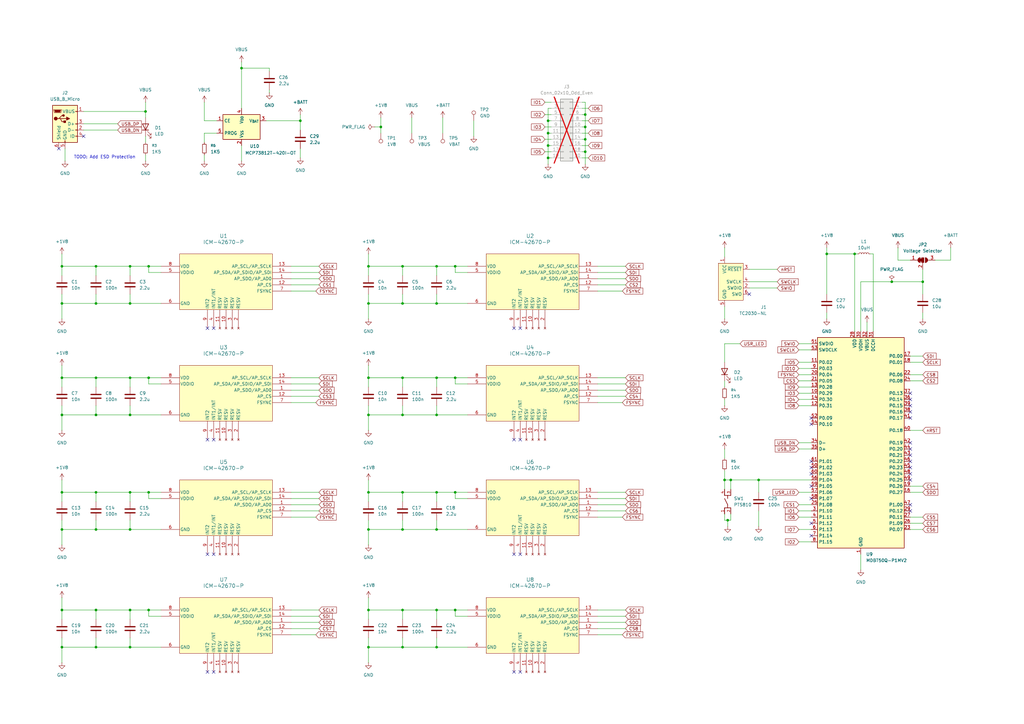
<source format=kicad_sch>
(kicad_sch (version 20250114) (generator "eeschema") (generator_version "9.0")
  (paper "A3")
  (title_block (title "IMU Array MK I") (date "2025-08-11") (rev "MK I") (comment 1 "Author: Arif Balik") (comment 2 "8 IMU sensors rotated 90 degrees to each other on all axes"))
  (text "TODO: Add ESD Protection" (at 42.926 64.516 0) (effects (font (size 1.27 1.27))))
  (junction (at 299.72 196.85))
  (junction (at 53.34 217.17))
  (junction (at 25.4 170.18))
  (junction (at 39.37 109.22))
  (junction (at 179.07 170.18))
  (junction (at 123.19 49.53))
  (junction (at 165.1 124.46))
  (junction (at 224.79 54.61))
  (junction (at 39.37 250.19))
  (junction (at 165.1 265.43))
  (junction (at 186.69 154.94))
  (junction (at 165.1 201.93))
  (junction (at 311.15 196.85))
  (junction (at 53.34 250.19))
  (junction (at 59.69 45.72))
  (junction (at 165.1 109.22))
  (junction (at 179.07 265.43))
  (junction (at 165.1 170.18))
  (junction (at 39.37 217.17))
  (junction (at 350.52 104.14))
  (junction (at 60.96 154.94))
  (junction (at 179.07 124.46))
  (junction (at 53.34 109.22))
  (junction (at 39.37 265.43))
  (junction (at 151.13 124.46))
  (junction (at 151.13 109.22))
  (junction (at 186.69 109.22))
  (junction (at 39.37 154.94))
  (junction (at 240.03 62.23))
  (junction (at 60.96 250.19))
  (junction (at 365.76 115.57))
  (junction (at 25.4 109.22))
  (junction (at 53.34 170.18))
  (junction (at 53.34 154.94))
  (junction (at 39.37 201.93))
  (junction (at 165.1 154.94))
  (junction (at 151.13 170.18))
  (junction (at 297.18 196.85))
  (junction (at 224.79 64.77))
  (junction (at 179.07 217.17))
  (junction (at 25.4 250.19))
  (junction (at 53.34 265.43))
  (junction (at 151.13 217.17))
  (junction (at 156.21 52.07))
  (junction (at 60.96 201.93))
  (junction (at 99.06 27.94))
  (junction (at 39.37 124.46))
  (junction (at 165.1 250.19))
  (junction (at 224.79 49.53))
  (junction (at 179.07 201.93))
  (junction (at 53.34 201.93))
  (junction (at 240.03 57.15))
  (junction (at 151.13 154.94))
  (junction (at 179.07 250.19))
  (junction (at 25.4 265.43))
  (junction (at 378.46 115.57))
  (junction (at 25.4 217.17))
  (junction (at 186.69 201.93))
  (junction (at 25.4 154.94))
  (junction (at 165.1 217.17))
  (junction (at 25.4 124.46))
  (junction (at 53.34 124.46))
  (junction (at 179.07 109.22))
  (junction (at 339.09 104.14))
  (junction (at 240.03 52.07))
  (junction (at 25.4 201.93))
  (junction (at 151.13 201.93))
  (junction (at 151.13 265.43))
  (junction (at 298.45 213.36))
  (junction (at 186.69 250.19))
  (junction (at 151.13 250.19))
  (junction (at 39.37 170.18))
  (junction (at 179.07 154.94))
  (junction (at 60.96 109.22))
  (junction (at 224.79 59.69))
  (junction (at 240.03 46.99))
  (no_connect (at 332.74 199.39))
  (no_connect (at 210.82 134.62))
  (no_connect (at 373.38 191.77))
  (no_connect (at 87.63 134.62))
  (no_connect (at 87.63 275.59))
  (no_connect (at 373.38 186.69))
  (no_connect (at 213.36 180.34))
  (no_connect (at 373.38 209.55))
  (no_connect (at 332.74 219.71))
  (no_connect (at 87.63 227.33))
  (no_connect (at 213.36 227.33))
  (no_connect (at 332.74 189.23))
  (no_connect (at 210.82 227.33))
  (no_connect (at 34.29 55.88))
  (no_connect (at 373.38 196.85))
  (no_connect (at 373.38 189.23))
  (no_connect (at 373.38 166.37))
  (no_connect (at 373.38 168.91))
  (no_connect (at 332.74 191.77))
  (no_connect (at 307.34 120.65))
  (no_connect (at 332.74 173.99))
  (no_connect (at 85.09 134.62))
  (no_connect (at 373.38 171.45))
  (no_connect (at 85.09 227.33))
  (no_connect (at 373.38 207.01))
  (no_connect (at 213.36 275.59))
  (no_connect (at 373.38 161.29))
  (no_connect (at 87.63 180.34))
  (no_connect (at 373.38 184.15))
  (no_connect (at 332.74 214.63))
  (no_connect (at 210.82 275.59))
  (no_connect (at 332.74 171.45))
  (no_connect (at 213.36 134.62))
  (no_connect (at 210.82 180.34))
  (no_connect (at 373.38 163.83))
  (no_connect (at 373.38 194.31))
  (no_connect (at 332.74 194.31))
  (no_connect (at 332.74 204.47))
  (no_connect (at 24.13 60.96))
  (no_connect (at 373.38 181.61))
  (no_connect (at 85.09 180.34))
  (no_connect (at 85.09 275.59))
  (wire (pts (xy 299.72 200.66) (xy 299.72 196.85)))
  (wire (pts (xy 165.1 109.22) (xy 165.1 113.03)))
  (wire (pts (xy 25.4 109.22) (xy 39.37 109.22)))
  (wire (pts (xy 303.53 140.97) (xy 297.18 140.97)))
  (wire (pts (xy 39.37 124.46) (xy 53.34 124.46)))
  (wire (pts (xy 327.66 184.15) (xy 332.74 184.15)))
  (wire (pts (xy 179.07 109.22) (xy 186.69 109.22)))
  (wire (pts (xy 165.1 261.62) (xy 165.1 265.43)))
  (wire (pts (xy 25.4 213.36) (xy 25.4 217.17)))
  (wire (pts (xy 297.18 184.15) (xy 297.18 187.96)))
  (wire (pts (xy 53.34 120.65) (xy 53.34 124.46)))
  (wire (pts (xy 297.18 210.82) (xy 297.18 213.36)))
  (wire (pts (xy 373.38 146.05) (xy 378.46 146.05)))
  (wire (pts (xy 194.31 49.53) (xy 194.31 55.88)))
  (wire (pts (xy 224.79 59.69) (xy 224.79 54.61)))
  (wire (pts (xy 88.9 54.61) (xy 83.82 54.61)))
  (wire (pts (xy 378.46 156.21) (xy 373.38 156.21)))
  (wire (pts (xy 179.07 154.94) (xy 186.69 154.94)))
  (wire (pts (xy 39.37 261.62) (xy 39.37 265.43)))
  (wire (pts (xy 186.69 154.94) (xy 191.77 154.94)))
  (wire (pts (xy 327.66 156.21) (xy 332.74 156.21)))
  (wire (pts (xy 39.37 250.19) (xy 53.34 250.19)))
  (wire (pts (xy 153.67 52.07) (xy 156.21 52.07)))
  (wire (pts (xy 327.66 163.83) (xy 332.74 163.83)))
  (wire (pts (xy 179.07 120.65) (xy 179.07 124.46)))
  (wire (pts (xy 238.76 64.77) (xy 241.3 64.77)))
  (wire (pts (xy 389.89 101.6) (xy 389.89 106.68)))
  (wire (pts (xy 59.69 45.72) (xy 34.29 45.72)))
  (wire (pts (xy 339.09 120.65) (xy 339.09 104.14)))
  (wire (pts (xy 378.46 217.17) (xy 373.38 217.17)))
  (wire (pts (xy 25.4 196.85) (xy 25.4 201.93)))
  (wire (pts (xy 224.79 44.45) (xy 226.06 44.45)))
  (wire (pts (xy 53.34 265.43) (xy 66.04 265.43)))
  (wire (pts (xy 327.66 201.93) (xy 332.74 201.93)))
  (wire (pts (xy 179.07 205.74) (xy 179.07 201.93)))
  (wire (pts (xy 59.69 41.91) (xy 59.69 45.72)))
  (wire (pts (xy 119.38 201.93) (xy 130.81 201.93)))
  (wire (pts (xy 245.11 154.94) (xy 256.54 154.94)))
  (wire (pts (xy 368.3 106.68) (xy 373.38 106.68)))
  (wire (pts (xy 179.07 113.03) (xy 179.07 109.22)))
  (wire (pts (xy 123.19 49.53) (xy 109.22 49.53)))
  (wire (pts (xy 179.07 250.19) (xy 186.69 250.19)))
  (wire (pts (xy 307.34 110.49) (xy 318.77 110.49)))
  (wire (pts (xy 224.79 49.53) (xy 224.79 44.45)))
  (wire (pts (xy 39.37 166.37) (xy 39.37 170.18)))
  (wire (pts (xy 53.34 250.19) (xy 60.96 250.19)))
  (wire (pts (xy 181.61 48.26) (xy 181.61 54.61)))
  (wire (pts (xy 224.79 64.77) (xy 226.06 64.77)))
  (wire (pts (xy 53.34 261.62) (xy 53.34 265.43)))
  (wire (pts (xy 25.4 120.65) (xy 25.4 124.46)))
  (wire (pts (xy 66.04 252.73) (xy 60.96 252.73)))
  (wire (pts (xy 365.76 115.57) (xy 378.46 115.57)))
  (wire (pts (xy 238.76 46.99) (xy 240.03 46.99)))
  (wire (pts (xy 238.76 49.53) (xy 241.3 49.53)))
  (wire (pts (xy 83.82 54.61) (xy 83.82 58.42)))
  (wire (pts (xy 39.37 154.94) (xy 39.37 158.75)))
  (wire (pts (xy 223.52 62.23) (xy 226.06 62.23)))
  (wire (pts (xy 179.07 158.75) (xy 179.07 154.94)))
  (wire (pts (xy 339.09 104.14) (xy 350.52 104.14)))
  (wire (pts (xy 327.66 209.55) (xy 332.74 209.55)))
  (wire (pts (xy 238.76 54.61) (xy 241.3 54.61)))
  (wire (pts (xy 151.13 250.19) (xy 151.13 254)))
  (wire (pts (xy 327.66 181.61) (xy 332.74 181.61)))
  (wire (pts (xy 373.38 201.93) (xy 378.46 201.93)))
  (wire (pts (xy 245.11 255.27) (xy 256.54 255.27)))
  (wire (pts (xy 119.38 160.02) (xy 130.81 160.02)))
  (wire (pts (xy 238.76 62.23) (xy 240.03 62.23)))
  (wire (pts (xy 83.82 63.5) (xy 83.82 66.04)))
  (wire (pts (xy 297.18 156.21) (xy 297.18 158.75)))
  (wire (pts (xy 378.46 212.09) (xy 373.38 212.09)))
  (wire (pts (xy 223.52 52.07) (xy 226.06 52.07)))
  (wire (pts (xy 119.38 165.1) (xy 129.54 165.1)))
  (wire (pts (xy 179.07 170.18) (xy 191.77 170.18)))
  (wire (pts (xy 53.34 213.36) (xy 53.34 217.17)))
  (wire (pts (xy 119.38 257.81) (xy 130.81 257.81)))
  (wire (pts (xy 66.04 157.48) (xy 60.96 157.48)))
  (wire (pts (xy 53.34 217.17) (xy 66.04 217.17)))
  (wire (pts (xy 156.21 48.26) (xy 156.21 52.07)))
  (wire (pts (xy 353.06 227.33) (xy 353.06 233.68)))
  (wire (pts (xy 60.96 157.48) (xy 60.96 154.94)))
  (wire (pts (xy 151.13 261.62) (xy 151.13 265.43)))
  (wire (pts (xy 245.11 201.93) (xy 256.54 201.93)))
  (wire (pts (xy 53.34 158.75) (xy 53.34 154.94)))
  (wire (pts (xy 119.38 209.55) (xy 130.81 209.55)))
  (wire (pts (xy 297.18 140.97) (xy 297.18 148.59)))
  (wire (pts (xy 179.07 265.43) (xy 191.77 265.43)))
  (wire (pts (xy 151.13 166.37) (xy 151.13 170.18)))
  (wire (pts (xy 297.18 196.85) (xy 297.18 200.66)))
  (wire (pts (xy 245.11 114.3) (xy 256.54 114.3)))
  (wire (pts (xy 39.37 201.93) (xy 53.34 201.93)))
  (wire (pts (xy 25.4 154.94) (xy 25.4 158.75)))
  (wire (pts (xy 245.11 160.02) (xy 256.54 160.02)))
  (wire (pts (xy 245.11 250.19) (xy 256.54 250.19)))
  (wire (pts (xy 245.11 212.09) (xy 255.27 212.09)))
  (wire (pts (xy 25.4 265.43) (xy 39.37 265.43)))
  (wire (pts (xy 240.03 52.07) (xy 240.03 46.99)))
  (wire (pts (xy 245.11 209.55) (xy 256.54 209.55)))
  (wire (pts (xy 297.18 213.36) (xy 298.45 213.36)))
  (wire (pts (xy 53.34 124.46) (xy 66.04 124.46)))
  (wire (pts (xy 151.13 149.86) (xy 151.13 154.94)))
  (wire (pts (xy 25.4 201.93) (xy 39.37 201.93)))
  (wire (pts (xy 119.38 119.38) (xy 129.54 119.38)))
  (wire (pts (xy 25.4 250.19) (xy 39.37 250.19)))
  (wire (pts (xy 34.29 53.34) (xy 48.26 53.34)))
  (wire (pts (xy 373.38 148.59) (xy 378.46 148.59)))
  (wire (pts (xy 311.15 196.85) (xy 299.72 196.85)))
  (wire (pts (xy 110.49 27.94) (xy 99.06 27.94)))
  (wire (pts (xy 119.38 162.56) (xy 130.81 162.56)))
  (wire (pts (xy 25.4 154.94) (xy 39.37 154.94)))
  (wire (pts (xy 151.13 217.17) (xy 151.13 223.52)))
  (wire (pts (xy 151.13 245.11) (xy 151.13 250.19)))
  (wire (pts (xy 186.69 109.22) (xy 191.77 109.22)))
  (wire (pts (xy 327.66 207.01) (xy 332.74 207.01)))
  (wire (pts (xy 110.49 36.83) (xy 110.49 38.1)))
  (wire (pts (xy 119.38 109.22) (xy 130.81 109.22)))
  (wire (pts (xy 299.72 213.36) (xy 299.72 210.82)))
  (wire (pts (xy 60.96 154.94) (xy 66.04 154.94)))
  (wire (pts (xy 165.1 213.36) (xy 165.1 217.17)))
  (wire (pts (xy 119.38 157.48) (xy 130.81 157.48)))
  (wire (pts (xy 186.69 111.76) (xy 186.69 109.22)))
  (wire (pts (xy 186.69 201.93) (xy 191.77 201.93)))
  (wire (pts (xy 25.4 166.37) (xy 25.4 170.18)))
  (wire (pts (xy 25.4 261.62) (xy 25.4 265.43)))
  (wire (pts (xy 238.76 59.69) (xy 241.3 59.69)))
  (wire (pts (xy 34.29 50.8) (xy 48.26 50.8)))
  (wire (pts (xy 327.66 212.09) (xy 332.74 212.09)))
  (wire (pts (xy 151.13 213.36) (xy 151.13 217.17)))
  (wire (pts (xy 224.79 64.77) (xy 224.79 59.69)))
  (wire (pts (xy 119.38 207.01) (xy 130.81 207.01)))
  (wire (pts (xy 179.07 166.37) (xy 179.07 170.18)))
  (wire (pts (xy 307.34 115.57) (xy 318.77 115.57)))
  (wire (pts (xy 191.77 157.48) (xy 186.69 157.48)))
  (wire (pts (xy 59.69 63.5) (xy 59.69 66.04)))
  (wire (pts (xy 327.66 222.25) (xy 332.74 222.25)))
  (wire (pts (xy 151.13 124.46) (xy 151.13 130.81)))
  (wire (pts (xy 179.07 261.62) (xy 179.07 265.43)))
  (wire (pts (xy 165.1 120.65) (xy 165.1 124.46)))
  (wire (pts (xy 123.19 46.99) (xy 123.19 49.53)))
  (wire (pts (xy 298.45 213.36) (xy 298.45 215.9)))
  (wire (pts (xy 165.1 265.43) (xy 179.07 265.43)))
  (wire (pts (xy 245.11 109.22) (xy 256.54 109.22)))
  (wire (pts (xy 151.13 154.94) (xy 151.13 158.75)))
  (wire (pts (xy 53.34 205.74) (xy 53.34 201.93)))
  (wire (pts (xy 151.13 170.18) (xy 151.13 176.53)))
  (wire (pts (xy 378.46 110.49) (xy 378.46 115.57)))
  (wire (pts (xy 25.4 201.93) (xy 25.4 205.74)))
  (wire (pts (xy 223.52 46.99) (xy 226.06 46.99)))
  (wire (pts (xy 39.37 217.17) (xy 53.34 217.17)))
  (wire (pts (xy 39.37 213.36) (xy 39.37 217.17)))
  (wire (pts (xy 156.21 52.07) (xy 156.21 54.61)))
  (wire (pts (xy 297.18 193.04) (xy 297.18 196.85)))
  (wire (pts (xy 355.6 132.08) (xy 355.6 135.89)))
  (wire (pts (xy 39.37 170.18) (xy 53.34 170.18)))
  (wire (pts (xy 165.1 154.94) (xy 165.1 158.75)))
  (wire (pts (xy 240.03 46.99) (xy 240.03 41.91)))
  (wire (pts (xy 298.45 213.36) (xy 299.72 213.36)))
  (wire (pts (xy 25.4 265.43) (xy 25.4 271.78)))
  (wire (pts (xy 245.11 116.84) (xy 256.54 116.84)))
  (wire (pts (xy 350.52 104.14) (xy 350.52 135.89)))
  (wire (pts (xy 25.4 170.18) (xy 39.37 170.18)))
  (wire (pts (xy 307.34 118.11) (xy 318.77 118.11)))
  (wire (pts (xy 151.13 201.93) (xy 165.1 201.93)))
  (wire (pts (xy 151.13 124.46) (xy 165.1 124.46)))
  (wire (pts (xy 179.07 201.93) (xy 186.69 201.93)))
  (wire (pts (xy 327.66 148.59) (xy 332.74 148.59)))
  (wire (pts (xy 327.66 153.67) (xy 332.74 153.67)))
  (wire (pts (xy 378.46 130.81) (xy 378.46 128.27)))
  (wire (pts (xy 339.09 101.6) (xy 339.09 104.14)))
  (wire (pts (xy 53.34 109.22) (xy 60.96 109.22)))
  (wire (pts (xy 299.72 196.85) (xy 297.18 196.85)))
  (wire (pts (xy 179.07 124.46) (xy 191.77 124.46)))
  (wire (pts (xy 151.13 196.85) (xy 151.13 201.93)))
  (wire (pts (xy 245.11 207.01) (xy 256.54 207.01)))
  (wire (pts (xy 25.4 124.46) (xy 25.4 130.81)))
  (wire (pts (xy 353.06 115.57) (xy 365.76 115.57)))
  (wire (pts (xy 119.38 255.27) (xy 130.81 255.27)))
  (wire (pts (xy 373.38 176.53) (xy 378.46 176.53)))
  (wire (pts (xy 25.4 250.19) (xy 25.4 254)))
  (wire (pts (xy 373.38 199.39) (xy 378.46 199.39)))
  (wire (pts (xy 240.03 41.91) (xy 238.76 41.91)))
  (wire (pts (xy 179.07 217.17) (xy 191.77 217.17)))
  (wire (pts (xy 168.91 48.26) (xy 168.91 54.61)))
  (wire (pts (xy 151.13 170.18) (xy 165.1 170.18)))
  (wire (pts (xy 240.03 67.31) (xy 240.03 62.23)))
  (wire (pts (xy 151.13 250.19) (xy 165.1 250.19)))
  (wire (pts (xy 245.11 162.56) (xy 256.54 162.56)))
  (wire (pts (xy 238.76 52.07) (xy 240.03 52.07)))
  (wire (pts (xy 119.38 212.09) (xy 129.54 212.09)))
  (wire (pts (xy 378.46 153.67) (xy 373.38 153.67)))
  (wire (pts (xy 311.15 196.85) (xy 332.74 196.85)))
  (wire (pts (xy 165.1 109.22) (xy 179.07 109.22)))
  (wire (pts (xy 297.18 163.83) (xy 297.18 166.37)))
  (wire (pts (xy 39.37 109.22) (xy 53.34 109.22)))
  (wire (pts (xy 60.96 111.76) (xy 60.96 109.22)))
  (wire (pts (xy 151.13 120.65) (xy 151.13 124.46)))
  (wire (pts (xy 179.07 254) (xy 179.07 250.19)))
  (wire (pts (xy 165.1 170.18) (xy 179.07 170.18)))
  (wire (pts (xy 99.06 44.45) (xy 99.06 27.94)))
  (wire (pts (xy 378.46 214.63) (xy 373.38 214.63)))
  (wire (pts (xy 165.1 154.94) (xy 179.07 154.94)))
  (wire (pts (xy 165.1 217.17) (xy 179.07 217.17)))
  (wire (pts (xy 378.46 115.57) (xy 378.46 120.65)))
  (wire (pts (xy 368.3 101.6) (xy 368.3 106.68)))
  (wire (pts (xy 25.4 109.22) (xy 25.4 113.03)))
  (wire (pts (xy 165.1 201.93) (xy 179.07 201.93)))
  (wire (pts (xy 25.4 124.46) (xy 39.37 124.46)))
  (wire (pts (xy 245.11 260.35) (xy 255.27 260.35)))
  (wire (pts (xy 383.54 106.68) (xy 389.89 106.68)))
  (wire (pts (xy 224.79 49.53) (xy 226.06 49.53)))
  (wire (pts (xy 151.13 154.94) (xy 165.1 154.94)))
  (wire (pts (xy 99.06 25.4) (xy 99.06 27.94)))
  (wire (pts (xy 53.34 254) (xy 53.34 250.19)))
  (wire (pts (xy 119.38 154.94) (xy 130.81 154.94)))
  (wire (pts (xy 165.1 201.93) (xy 165.1 205.74)))
  (wire (pts (xy 224.79 59.69) (xy 226.06 59.69)))
  (wire (pts (xy 240.03 57.15) (xy 240.03 52.07)))
  (wire (pts (xy 83.82 49.53) (xy 88.9 49.53)))
  (wire (pts (xy 245.11 165.1) (xy 255.27 165.1)))
  (wire (pts (xy 245.11 252.73) (xy 256.54 252.73)))
  (wire (pts (xy 119.38 111.76) (xy 130.81 111.76)))
  (wire (pts (xy 224.79 67.31) (xy 224.79 64.77)))
  (wire (pts (xy 59.69 45.72) (xy 59.69 48.26)))
  (wire (pts (xy 238.76 57.15) (xy 240.03 57.15)))
  (wire (pts (xy 165.1 250.19) (xy 179.07 250.19)))
  (wire (pts (xy 39.37 120.65) (xy 39.37 124.46)))
  (wire (pts (xy 119.38 252.73) (xy 130.81 252.73)))
  (wire (pts (xy 245.11 257.81) (xy 256.54 257.81)))
  (wire (pts (xy 353.06 115.57) (xy 353.06 135.89)))
  (wire (pts (xy 25.4 104.14) (xy 25.4 109.22)))
  (wire (pts (xy 297.18 101.6) (xy 297.18 105.41)))
  (wire (pts (xy 119.38 260.35) (xy 129.54 260.35)))
  (wire (pts (xy 191.77 204.47) (xy 186.69 204.47)))
  (wire (pts (xy 99.06 59.69) (xy 99.06 66.04)))
  (wire (pts (xy 66.04 204.47) (xy 60.96 204.47)))
  (wire (pts (xy 311.15 209.55) (xy 311.15 215.9)))
  (wire (pts (xy 186.69 204.47) (xy 186.69 201.93)))
  (wire (pts (xy 59.69 55.88) (xy 59.69 58.42)))
  (wire (pts (xy 119.38 250.19) (xy 130.81 250.19)))
  (wire (pts (xy 25.4 245.11) (xy 25.4 250.19)))
  (wire (pts (xy 358.14 135.89) (xy 358.14 104.14)))
  (wire (pts (xy 53.34 201.93) (xy 60.96 201.93)))
  (wire (pts (xy 60.96 250.19) (xy 66.04 250.19)))
  (wire (pts (xy 186.69 250.19) (xy 191.77 250.19)))
  (wire (pts (xy 151.13 109.22) (xy 165.1 109.22)))
  (wire (pts (xy 238.76 44.45) (xy 241.3 44.45)))
  (wire (pts (xy 60.96 201.93) (xy 66.04 201.93)))
  (wire (pts (xy 327.66 161.29) (xy 332.74 161.29)))
  (wire (pts (xy 165.1 124.46) (xy 179.07 124.46)))
  (wire (pts (xy 25.4 217.17) (xy 25.4 223.52)))
  (wire (pts (xy 339.09 130.81) (xy 339.09 128.27)))
  (wire (pts (xy 53.34 170.18) (xy 66.04 170.18)))
  (wire (pts (xy 191.77 252.73) (xy 186.69 252.73)))
  (wire (pts (xy 53.34 113.03) (xy 53.34 109.22)))
  (wire (pts (xy 311.15 201.93) (xy 311.15 196.85)))
  (wire (pts (xy 297.18 125.73) (xy 297.18 130.81)))
  (wire (pts (xy 39.37 250.19) (xy 39.37 254)))
  (wire (pts (xy 151.13 109.22) (xy 151.13 113.03)))
  (wire (pts (xy 191.77 111.76) (xy 186.69 111.76)))
  (wire (pts (xy 123.19 49.53) (xy 123.19 53.34)))
  (wire (pts (xy 351.79 104.14) (xy 350.52 104.14)))
  (wire (pts (xy 26.67 60.96) (xy 26.67 66.04)))
  (wire (pts (xy 25.4 149.86) (xy 25.4 154.94)))
  (wire (pts (xy 39.37 109.22) (xy 39.37 113.03)))
  (wire (pts (xy 179.07 213.36) (xy 179.07 217.17)))
  (wire (pts (xy 119.38 114.3) (xy 130.81 114.3)))
  (wire (pts (xy 224.79 54.61) (xy 226.06 54.61)))
  (wire (pts (xy 39.37 201.93) (xy 39.37 205.74)))
  (wire (pts (xy 186.69 252.73) (xy 186.69 250.19)))
  (wire (pts (xy 119.38 116.84) (xy 130.81 116.84)))
  (wire (pts (xy 245.11 119.38) (xy 255.27 119.38)))
  (wire (pts (xy 332.74 143.51) (xy 327.66 143.51)))
  (wire (pts (xy 123.19 60.96) (xy 123.19 64.77)))
  (wire (pts (xy 60.96 109.22) (xy 66.04 109.22)))
  (wire (pts (xy 327.66 166.37) (xy 332.74 166.37)))
  (wire (pts (xy 25.4 170.18) (xy 25.4 176.53)))
  (wire (pts (xy 25.4 217.17) (xy 39.37 217.17)))
  (wire (pts (xy 245.11 157.48) (xy 256.54 157.48)))
  (wire (pts (xy 60.96 252.73) (xy 60.96 250.19)))
  (wire (pts (xy 186.69 157.48) (xy 186.69 154.94)))
  (wire (pts (xy 119.38 204.47) (xy 130.81 204.47)))
  (wire (pts (xy 53.34 154.94) (xy 60.96 154.94)))
  (wire (pts (xy 223.52 57.15) (xy 226.06 57.15)))
  (wire (pts (xy 151.13 104.14) (xy 151.13 109.22)))
  (wire (pts (xy 245.11 111.76) (xy 256.54 111.76)))
  (wire (pts (xy 165.1 166.37) (xy 165.1 170.18)))
  (wire (pts (xy 327.66 217.17) (xy 332.74 217.17)))
  (wire (pts (xy 223.52 41.91) (xy 226.06 41.91)))
  (wire (pts (xy 151.13 201.93) (xy 151.13 205.74)))
  (wire (pts (xy 53.34 166.37) (xy 53.34 170.18)))
  (wire (pts (xy 327.66 151.13) (xy 332.74 151.13)))
  (wire (pts (xy 83.82 41.91) (xy 83.82 49.53)))
  (wire (pts (xy 66.04 111.76) (xy 60.96 111.76)))
  (wire (pts (xy 151.13 265.43) (xy 151.13 271.78)))
  (wire (pts (xy 240.03 62.23) (xy 240.03 57.15)))
  (wire (pts (xy 60.96 204.47) (xy 60.96 201.93)))
  (wire (pts (xy 39.37 265.43) (xy 53.34 265.43)))
  (wire (pts (xy 224.79 54.61) (xy 224.79 49.53)))
  (wire (pts (xy 358.14 104.14) (xy 356.87 104.14)))
  (wire (pts (xy 151.13 217.17) (xy 165.1 217.17)))
  (wire (pts (xy 327.66 158.75) (xy 332.74 158.75)))
  (wire (pts (xy 165.1 250.19) (xy 165.1 254)))
  (wire (pts (xy 151.13 265.43) (xy 165.1 265.43)))
  (wire (pts (xy 332.74 140.97) (xy 327.66 140.97)))
  (wire (pts (xy 39.37 154.94) (xy 53.34 154.94)))
  (wire (pts (xy 245.11 204.47) (xy 256.54 204.47)))
  (wire (pts (xy 110.49 27.94) (xy 110.49 29.21)))
  (global_label "SDO" (shape input) (at 130.81 255.27 0) (property "Intersheetrefs" "${INTERSHEET_REFS}" (effects (hide yes))))
  (global_label "SDO" (shape input) (at 378.46 201.93 0) (property "Intersheetrefs" "${INTERSHEET_REFS}" (effects (hide yes))))
  (global_label "SDI" (shape input) (at 130.81 157.48 0) (property "Intersheetrefs" "${INTERSHEET_REFS}" (effects (hide yes))))
  (global_label "IO9" (shape input) (at 241.3 59.69 0) (property "Intersheetrefs" "${INTERSHEET_REFS}" (effects (hide yes))))
  (global_label "nRST" (shape input) (at 318.77 110.49 0) (property "Intersheetrefs" "${INTERSHEET_REFS}" (effects (hide yes))))
  (global_label "IO8" (shape input) (at 327.66 166.37 180) (property "Intersheetrefs" "${INTERSHEET_REFS}" (effects (hide yes))))
  (global_label "CS6" (shape input) (at 256.54 209.55 0) (property "Intersheetrefs" "${INTERSHEET_REFS}" (effects (hide yes))))
  (global_label "SWCLK" (shape input) (at 318.77 115.57 0) (property "Intersheetrefs" "${INTERSHEET_REFS}" (effects (hide yes))))
  (global_label "SDO" (shape input) (at 130.81 160.02 0) (property "Intersheetrefs" "${INTERSHEET_REFS}" (effects (hide yes))))
  (global_label "SCLK" (shape input) (at 256.54 154.94 0) (property "Intersheetrefs" "${INTERSHEET_REFS}" (effects (hide yes))))
  (global_label "FSYNC" (shape input) (at 129.54 119.38 0) (property "Intersheetrefs" "${INTERSHEET_REFS}" (effects (hide yes))))
  (global_label "CS3" (shape input) (at 130.81 162.56 0) (property "Intersheetrefs" "${INTERSHEET_REFS}" (effects (hide yes))))
  (global_label "SDI" (shape input) (at 130.81 252.73 0) (property "Intersheetrefs" "${INTERSHEET_REFS}" (effects (hide yes))))
  (global_label "IO5" (shape input) (at 327.66 148.59 180) (property "Intersheetrefs" "${INTERSHEET_REFS}" (effects (hide yes))))
  (global_label "SWIO" (shape input) (at 327.66 140.97 180) (property "Intersheetrefs" "${INTERSHEET_REFS}" (effects (hide yes))))
  (global_label "FSYNC" (shape input) (at 129.54 165.1 0) (property "Intersheetrefs" "${INTERSHEET_REFS}" (effects (hide yes))))
  (global_label "CS2" (shape input) (at 256.54 116.84 0) (property "Intersheetrefs" "${INTERSHEET_REFS}" (effects (hide yes))))
  (global_label "SCLK" (shape input) (at 130.81 154.94 0) (property "Intersheetrefs" "${INTERSHEET_REFS}" (effects (hide yes))))
  (global_label "SDI" (shape input) (at 256.54 157.48 0) (property "Intersheetrefs" "${INTERSHEET_REFS}" (effects (hide yes))))
  (global_label "IO9" (shape input) (at 327.66 158.75 180) (property "Intersheetrefs" "${INTERSHEET_REFS}" (effects (hide yes))))
  (global_label "FSYNC" (shape input) (at 255.27 260.35 0) (property "Intersheetrefs" "${INTERSHEET_REFS}" (effects (hide yes))))
  (global_label "IO10" (shape input) (at 241.3 64.77 0) (property "Intersheetrefs" "${INTERSHEET_REFS}" (effects (hide yes))))
  (global_label "USB_DP" (shape input) (at 48.26 50.8 0) (property "Intersheetrefs" "${INTERSHEET_REFS}" (effects (hide yes))))
  (global_label "CS3" (shape input) (at 327.66 156.21 180) (property "Intersheetrefs" "${INTERSHEET_REFS}" (effects (hide yes))))
  (global_label "IO2" (shape input) (at 327.66 222.25 180) (property "Intersheetrefs" "${INTERSHEET_REFS}" (effects (hide yes))))
  (global_label "FSYNC" (shape input) (at 327.66 153.67 180) (property "Intersheetrefs" "${INTERSHEET_REFS}" (effects (hide yes))))
  (global_label "SCLK" (shape input) (at 130.81 250.19 0) (property "Intersheetrefs" "${INTERSHEET_REFS}" (effects (hide yes))))
  (global_label "USR_LED" (shape input) (at 327.66 201.93 180) (property "Intersheetrefs" "${INTERSHEET_REFS}" (effects (hide yes))))
  (global_label "SDI" (shape input) (at 378.46 146.05 0) (property "Intersheetrefs" "${INTERSHEET_REFS}" (effects (hide yes))))
  (global_label "FSYNC" (shape input) (at 255.27 165.1 0) (property "Intersheetrefs" "${INTERSHEET_REFS}" (effects (hide yes))))
  (global_label "SDO" (shape input) (at 256.54 114.3 0) (property "Intersheetrefs" "${INTERSHEET_REFS}" (effects (hide yes))))
  (global_label "IO3" (shape input) (at 223.52 52.07 180) (property "Intersheetrefs" "${INTERSHEET_REFS}" (effects (hide yes))))
  (global_label "USB_DN" (shape input) (at 48.26 53.34 0) (property "Intersheetrefs" "${INTERSHEET_REFS}" (effects (hide yes))))
  (global_label "SDO" (shape input) (at 256.54 160.02 0) (property "Intersheetrefs" "${INTERSHEET_REFS}" (effects (hide yes))))
  (global_label "CS8" (shape input) (at 256.54 257.81 0) (property "Intersheetrefs" "${INTERSHEET_REFS}" (effects (hide yes))))
  (global_label "CS5" (shape input) (at 130.81 209.55 0) (property "Intersheetrefs" "${INTERSHEET_REFS}" (effects (hide yes))))
  (global_label "SCLK" (shape input) (at 256.54 250.19 0) (property "Intersheetrefs" "${INTERSHEET_REFS}" (effects (hide yes))))
  (global_label "IO10" (shape input) (at 327.66 151.13 180) (property "Intersheetrefs" "${INTERSHEET_REFS}" (effects (hide yes))))
  (global_label "IO6" (shape input) (at 241.3 44.45 0) (property "Intersheetrefs" "${INTERSHEET_REFS}" (effects (hide yes))))
  (global_label "SCLK" (shape input) (at 378.46 148.59 0) (property "Intersheetrefs" "${INTERSHEET_REFS}" (effects (hide yes))))
  (global_label "FSYNC" (shape input) (at 255.27 212.09 0) (property "Intersheetrefs" "${INTERSHEET_REFS}" (effects (hide yes))))
  (global_label "SDI" (shape input) (at 256.54 252.73 0) (property "Intersheetrefs" "${INTERSHEET_REFS}" (effects (hide yes))))
  (global_label "CS5" (shape input) (at 378.46 212.09 0) (property "Intersheetrefs" "${INTERSHEET_REFS}" (effects (hide yes))))
  (global_label "SDI" (shape input) (at 256.54 111.76 0) (property "Intersheetrefs" "${INTERSHEET_REFS}" (effects (hide yes))))
  (global_label "SWIO" (shape input) (at 318.77 118.11 0) (property "Intersheetrefs" "${INTERSHEET_REFS}" (effects (hide yes))))
  (global_label "SCLK" (shape input) (at 130.81 109.22 0) (property "Intersheetrefs" "${INTERSHEET_REFS}" (effects (hide yes))))
  (global_label "FSYNC" (shape input) (at 255.27 119.38 0) (property "Intersheetrefs" "${INTERSHEET_REFS}" (effects (hide yes))))
  (global_label "IO1" (shape input) (at 223.52 41.91 180) (property "Intersheetrefs" "${INTERSHEET_REFS}" (effects (hide yes))))
  (global_label "nRST" (shape input) (at 378.46 176.53 0) (property "Intersheetrefs" "${INTERSHEET_REFS}" (effects (hide yes))))
  (global_label "SDO" (shape input) (at 130.81 207.01 0) (property "Intersheetrefs" "${INTERSHEET_REFS}" (effects (hide yes))))
  (global_label "IO7" (shape input) (at 241.3 49.53 0) (property "Intersheetrefs" "${INTERSHEET_REFS}" (effects (hide yes))))
  (global_label "CS1" (shape input) (at 130.81 116.84 0) (property "Intersheetrefs" "${INTERSHEET_REFS}" (effects (hide yes))))
  (global_label "SCLK" (shape input) (at 256.54 201.93 0) (property "Intersheetrefs" "${INTERSHEET_REFS}" (effects (hide yes))))
  (global_label "CS6" (shape input) (at 378.46 217.17 0) (property "Intersheetrefs" "${INTERSHEET_REFS}" (effects (hide yes))))
  (global_label "IO7" (shape input) (at 327.66 217.17 180) (property "Intersheetrefs" "${INTERSHEET_REFS}" (effects (hide yes))))
  (global_label "SDI" (shape input) (at 130.81 204.47 0) (property "Intersheetrefs" "${INTERSHEET_REFS}" (effects (hide yes))))
  (global_label "USB_DN" (shape input) (at 327.66 181.61 180) (property "Intersheetrefs" "${INTERSHEET_REFS}" (effects (hide yes))))
  (global_label "IO4" (shape input) (at 223.52 57.15 180) (property "Intersheetrefs" "${INTERSHEET_REFS}" (effects (hide yes))))
  (global_label "CS7" (shape input) (at 130.81 257.81 0) (property "Intersheetrefs" "${INTERSHEET_REFS}" (effects (hide yes))))
  (global_label "CS8" (shape input) (at 378.46 153.67 0) (property "Intersheetrefs" "${INTERSHEET_REFS}" (effects (hide yes))))
  (global_label "IO6" (shape input) (at 327.66 212.09 180) (property "Intersheetrefs" "${INTERSHEET_REFS}" (effects (hide yes))))
  (global_label "CS2" (shape input) (at 378.46 156.21 0) (property "Intersheetrefs" "${INTERSHEET_REFS}" (effects (hide yes))))
  (global_label "CS4" (shape input) (at 256.54 162.56 0) (property "Intersheetrefs" "${INTERSHEET_REFS}" (effects (hide yes))))
  (global_label "CS1" (shape input) (at 327.66 207.01 180) (property "Intersheetrefs" "${INTERSHEET_REFS}" (effects (hide yes))))
  (global_label "IO5" (shape input) (at 223.52 62.23 180) (property "Intersheetrefs" "${INTERSHEET_REFS}" (effects (hide yes))))
  (global_label "CS7" (shape input) (at 378.46 214.63 0) (property "Intersheetrefs" "${INTERSHEET_REFS}" (effects (hide yes))))
  (global_label "SCLK" (shape input) (at 256.54 109.22 0) (property "Intersheetrefs" "${INTERSHEET_REFS}" (effects (hide yes))))
  (global_label "IO2" (shape input) (at 223.52 46.99 180) (property "Intersheetrefs" "${INTERSHEET_REFS}" (effects (hide yes))))
  (global_label "SCLK" (shape input) (at 130.81 201.93 0) (property "Intersheetrefs" "${INTERSHEET_REFS}" (effects (hide yes))))
  (global_label "IO4" (shape input) (at 327.66 163.83 180) (property "Intersheetrefs" "${INTERSHEET_REFS}" (effects (hide yes))))
  (global_label "SWCLK" (shape input) (at 327.66 143.51 180) (property "Intersheetrefs" "${INTERSHEET_REFS}" (effects (hide yes))))
  (global_label "IO3" (shape input) (at 327.66 161.29 180) (property "Intersheetrefs" "${INTERSHEET_REFS}" (effects (hide yes))))
  (global_label "USB_DP" (shape input) (at 327.66 184.15 180) (property "Intersheetrefs" "${INTERSHEET_REFS}" (effects (hide yes))))
  (global_label "SDO" (shape input) (at 256.54 255.27 0) (property "Intersheetrefs" "${INTERSHEET_REFS}" (effects (hide yes))))
  (global_label "SDI" (shape input) (at 130.81 111.76 0) (property "Intersheetrefs" "${INTERSHEET_REFS}" (effects (hide yes))))
  (global_label "FSYNC" (shape input) (at 129.54 260.35 0) (property "Intersheetrefs" "${INTERSHEET_REFS}" (effects (hide yes))))
  (global_label "FSYNC" (shape input) (at 129.54 212.09 0) (property "Intersheetrefs" "${INTERSHEET_REFS}" (effects (hide yes))))
  (global_label "SDO" (shape input) (at 130.81 114.3 0) (property "Intersheetrefs" "${INTERSHEET_REFS}" (effects (hide yes))))
  (global_label "SDO" (shape input) (at 256.54 207.01 0) (property "Intersheetrefs" "${INTERSHEET_REFS}" (effects (hide yes))))
  (global_label "IO1" (shape input) (at 327.66 209.55 180) (property "Intersheetrefs" "${INTERSHEET_REFS}" (effects (hide yes))))
  (global_label "IO8" (shape input) (at 241.3 54.61 0) (property "Intersheetrefs" "${INTERSHEET_REFS}" (effects (hide yes))))
  (global_label "USR_LED" (shape input) (at 303.53 140.97 0) (property "Intersheetrefs" "${INTERSHEET_REFS}" (effects (hide yes))))
  (global_label "CS4" (shape input) (at 378.46 199.39 0) (property "Intersheetrefs" "${INTERSHEET_REFS}" (effects (hide yes))))
  (global_label "SDI" (shape input) (at 256.54 204.47 0) (property "Intersheetrefs" "${INTERSHEET_REFS}" (effects (hide yes))))
  (symbol (lib_id "power:VBUS") (at 99.06 25.4 0) (unit 1)
    (property "Reference" "#PWR042" (effects (hide yes)))
    (property "Value" "VBUS" (at 99.06 20.32 0))
    (property "Description" "Power symbol creates a global label with name \"VBUS\"" (effects (hide yes)))
  )
  (symbol (lib_id "Device:R_Small") (at 59.69 60.96 180) (unit 1)
    (property "Reference" "R3" (at 62.23 59.6899 0) (effects (font (size 1.016 1.016)) (justify right)))
    (property "Value" "1K5" (at 62.23 62.23 0) (effects (justify right)))
    (property "Footprint" "Resistor_SMD:R_0603_1608Metric" (effects (hide yes)))
    (property "Description" "Resistor, small symbol" (effects (hide yes)))
  )
  (symbol (lib_id "Device:R_Small") (at 297.18 190.5 180) (unit 1)
    (property "Reference" "R5" (at 299.72 189.2299 0) (effects (font (size 1.016 1.016)) (justify right)))
    (property "Value" "10K" (at 299.72 191.77 0) (effects (justify right)))
    (property "Footprint" "Resistor_SMD:R_0603_1608Metric" (effects (hide yes)))
    (property "Description" "Resistor, small symbol" (effects (hide yes)))
  )
  (symbol (lib_id "power:GND") (at 353.06 233.68 0) (unit 1)
    (property "Reference" "#PWR09" (effects (hide yes)))
    (property "Value" "GND" (at 353.06 238.76 0))
    (property "Description" "Power symbol creates a global label with name \"GND\" , ground" (effects (hide yes)))
  )
  (symbol (lib_id "Device:C") (at 110.49 33.02 0) (unit 1)
    (property "Reference" "C26" (at 114.3 31.75 0) (effects (justify left)))
    (property "Value" "2.2u" (at 114.3 34.29 0) (effects (justify left)))
    (property "Footprint" "Capacitor_SMD:C_0603_1608Metric" (effects (hide yes)))
    (property "Description" "Unpolarized capacitor" (effects (hide yes)))
  )
  (symbol (lib_id "Mechanical:MountingHole") (at 285.75 320.04 0) (unit 1) (in_bom no)
    (property "Reference" "H3" (at 288.29 318.77 0) (effects (justify left)))
    (property "Value" "MountingHole" (effects (hide yes)))
    (property "Footprint" "MountingHole:MountingHole_2.1mm" (effects (hide yes)))
    (property "Description" "Mounting Hole without connection" (effects (hide yes)))
  )
  (symbol (lib_id "power:+BATT") (at 181.61 48.26 0) (unit 1)
    (property "Reference" "#PWR031" (effects (hide yes)))
    (property "Value" "+BATT" (at 181.61 43.18 0))
    (property "Description" "Power symbol creates a global label with name \"+BATT\"" (effects (hide yes)))
  )
  (symbol (lib_id "Device:C") (at 25.4 162.56 0) (unit 1)
    (property "Reference" "C7" (at 29.21 161.29 0) (effects (justify left)))
    (property "Value" "10n" (at 29.21 163.83 0) (effects (justify left)))
    (property "Footprint" "Capacitor_SMD:C_0603_1608Metric" (effects (hide yes)))
    (property "Description" "Unpolarized capacitor" (effects (hide yes)))
  )
  (symbol (lib_id "RF_Module:MDBT50Q-P1MV2") (at 353.06 181.61 0) (unit 1)
    (property "Reference" "U9" (at 355.2234 227.33 0) (effects (justify left)))
    (property "Value" "MDBT50Q-P1MV2" (at 355.2234 229.87 0) (effects (justify left)))
    (property "Footprint" "RF_Module:Raytac_MDBT50Q" (effects (hide yes)))
    (property "Datasheet" "https://www.raytac.com/download/index.php?index_id=43" (effects (hide yes)))
    (property "Description" "Multiprotocol BLE/ANT/2.4 GHz/802.15.4 Cortex-M4F SoC, nRF52840 module" (effects (hide yes)))
  )
  (symbol (lib_id "Device:C") (at 311.15 205.74 0) (unit 1)
    (property "Reference" "C25" (at 314.96 204.47 0) (effects (justify left)))
    (property "Value" "100n" (at 314.96 207.01 0) (effects (justify left)))
    (property "Footprint" "Capacitor_SMD:C_0603_1608Metric" (effects (hide yes)))
    (property "Description" "Unpolarized capacitor" (effects (hide yes)))
  )
  (symbol (lib_id "Mechanical:Fiducial") (at 233.68 320.04 0) (unit 1) (in_bom no)
    (property "Reference" "FID4" (at 236.22 318.77 0) (effects (justify left)))
    (property "Value" "Fiducial" (at 236.22 321.31 0) (effects (justify left)))
    (property "Footprint" "Fiducial:Fiducial_0.5mm_Mask1.5mm" (effects (hide yes)))
    (property "Description" "Fiducial Marker" (effects (hide yes)))
  )
  (symbol (lib_id "Mechanical:MountingHole") (at 269.24 308.61 0) (unit 1) (in_bom no)
    (property "Reference" "H1" (at 271.78 307.34 0) (effects (justify left)))
    (property "Value" "MountingHole" (effects (hide yes)))
    (property "Footprint" "MountingHole:MountingHole_2.1mm" (effects (hide yes)))
    (property "Description" "Mounting Hole without connection" (effects (hide yes)))
  )
  (symbol (lib_id "Device:C") (at 165.1 162.56 0) (unit 1)
    (property "Reference" "C11" (at 168.91 161.29 0) (effects (justify left)))
    (property "Value" "100n" (at 168.91 163.83 0) (effects (justify left)))
    (property "Footprint" "Capacitor_SMD:C_0603_1608Metric" (effects (hide yes)))
    (property "Description" "Unpolarized capacitor" (effects (hide yes)))
  )
  (symbol (lib_id "Device:C") (at 53.34 209.55 0) (unit 1)
    (property "Reference" "C15" (at 57.15 208.28 0) (effects (justify left)))
    (property "Value" "2.2u" (at 57.15 210.82 0) (effects (justify left)))
    (property "Footprint" "Capacitor_SMD:C_0603_1608Metric" (effects (hide yes)))
    (property "Description" "Unpolarized capacitor" (effects (hide yes)))
  )
  (symbol (lib_id "power:+1V8") (at 25.4 104.14 0) (unit 1)
    (property "Reference" "#PWR028" (effects (hide yes)))
    (property "Value" "+1V8" (at 25.4 99.06 0))
    (property "Description" "Power symbol creates a global label with name \"+1V8\"" (effects (hide yes)))
  )
  (symbol (lib_id "power:PWR_FLAG") (at 365.76 115.57 0) (unit 1)
    (property "Reference" "#FLG01" (effects (hide yes)))
    (property "Value" "PWR_FLAG" (at 365.76 110.49 0))
    (property "Description" "Special symbol for telling ERC where power comes from" (effects (hide yes)))
  )
  (symbol (lib_id "power:GND") (at 378.46 130.81 0) (unit 1)
    (property "Reference" "#PWR030" (effects (hide yes)))
    (property "Value" "GND" (at 378.46 135.89 0))
    (property "Description" "Power symbol creates a global label with name \"GND\" , ground" (effects (hide yes)))
  )
  (symbol (lib_id "imu-array-lib:ICM-42670-P") (at 191.77 199.39 0) (unit 1)
    (property "Reference" "U6" (at 217.424 189.484 0) (effects (font (size 1.524 1.524))))
    (property "Value" "ICM-42670-P" (at 217.424 192.024 0) (effects (font (size 1.524 1.524))))
    (property "Footprint" "imu-array-lib:LGA14_2.5X3X0.76_IVS" (effects (hide yes)))
    (property "Datasheet" "ICM-42670-P" (effects (hide yes)))
  )
  (symbol (lib_id "Connector_Generic:Conn_02x10_Odd_Even") (at 231.14 52.07 0) (unit 1) (in_bom no) (dnp yes)
    (property "Reference" "J3" (at 232.41 35.56 0))
    (property "Value" "Conn_02x10_Odd_Even" (at 232.41 38.1 0))
    (property "Footprint" "Connector_PinHeader_1.00mm:PinHeader_2x10_P1.00mm_Vertical_SMD" (effects (hide yes)))
    (property "Description" "Generic connector, double row, 02x10, odd/even pin numbering scheme (row 1 odd numbers, row 2 even numbers), script generated (kicad-library-utils/schlib/autogen/connector/)" (effects (hide yes)))
  )
  (symbol (lib_id "power:GND") (at 99.06 66.04 0) (unit 1)
    (property "Reference" "#PWR038" (effects (hide yes)))
    (property "Value" "GND" (at 99.06 71.12 0))
    (property "Description" "Power symbol creates a global label with name \"GND\" , ground" (effects (hide yes)))
  )
  (symbol (lib_id "power:+BATT") (at 123.19 46.99 0) (unit 1)
    (property "Reference" "#PWR039" (effects (hide yes)))
    (property "Value" "+BATT" (at 123.19 41.91 0))
    (property "Description" "Power symbol creates a global label with name \"+BATT\"" (effects (hide yes)))
  )
  (symbol (lib_id "imu-array-lib:ICM-42670-P") (at 191.77 106.68 0) (unit 1)
    (property "Reference" "U2" (at 217.424 96.774 0) (effects (font (size 1.524 1.524))))
    (property "Value" "ICM-42670-P" (at 217.424 99.314 0) (effects (font (size 1.524 1.524))))
    (property "Footprint" "imu-array-lib:LGA14_2.5X3X0.76_IVS" (effects (hide yes)))
    (property "Datasheet" "ICM-42670-P" (effects (hide yes)))
  )
  (symbol (lib_id "power:GND") (at 311.15 215.9 0) (unit 1)
    (property "Reference" "#PWR037" (effects (hide yes)))
    (property "Value" "GND" (at 311.15 220.98 0))
    (property "Description" "Power symbol creates a global label with name \"GND\" , ground" (effects (hide yes)))
  )
  (symbol (lib_id "Device:C") (at 39.37 209.55 0) (unit 1)
    (property "Reference" "C14" (at 43.18 208.28 0) (effects (justify left)))
    (property "Value" "100n" (at 43.18 210.82 0) (effects (justify left)))
    (property "Footprint" "Capacitor_SMD:C_0603_1608Metric" (effects (hide yes)))
    (property "Description" "Unpolarized capacitor" (effects (hide yes)))
  )
  (symbol (lib_id "Connector:TestPoint") (at 181.61 54.61 180) (unit 1) (in_bom no)
    (property "Reference" "TP5" (at 184.15 56.642 0) (effects (justify right)))
    (property "Value" "VBAT" (at 184.15 59.182 0) (effects (justify right)))
    (property "Footprint" "TestPoint:TestPoint_Pad_D1.0mm" (effects (hide yes)))
    (property "Description" "test point" (effects (hide yes)))
  )
  (symbol (lib_id "Battery_Management:MCP73812T-420I-OT") (at 99.06 52.07 0) (unit 1)
    (property "Reference" "U10" (at 104.394 59.944 0))
    (property "Value" "MCP73812T-420I-OT" (at 110.998 62.738 0))
    (property "Footprint" "Package_TO_SOT_SMD:SOT-23-5" (effects (hide yes)))
    (property "Datasheet" "http://ww1.microchip.com/downloads/en/DeviceDoc/22036b.pdf" (effects (hide yes)))
    (property "Description" "Simple, Miniature Single-Cell, Fully Integrated Li-Ion / Li-Polymer Charge Management Controllers, 50mA-500mA, 4.2V, SOT23-5" (effects (hide yes)))
  )
  (symbol (lib_id "Device:R_Small") (at 83.82 60.96 180) (unit 1)
    (property "Reference" "R6" (at 86.36 59.6899 0) (effects (font (size 1.016 1.016)) (justify right)))
    (property "Value" "1K5" (at 86.36 62.23 0) (effects (justify right)))
    (property "Footprint" "Resistor_SMD:R_0603_1608Metric" (effects (hide yes)))
    (property "Description" "Resistor, small symbol" (effects (hide yes)))
  )
  (symbol (lib_id "Device:C") (at 53.34 162.56 0) (unit 1)
    (property "Reference" "C9" (at 57.15 161.29 0) (effects (justify left)))
    (property "Value" "2.2u" (at 57.15 163.83 0) (effects (justify left)))
    (property "Footprint" "Capacitor_SMD:C_0603_1608Metric" (effects (hide yes)))
    (property "Description" "Unpolarized capacitor" (effects (hide yes)))
  )
  (symbol (lib_id "power:GND") (at 151.13 223.52 0) (unit 1)
    (property "Reference" "#PWR012" (effects (hide yes)))
    (property "Value" "GND" (at 151.13 228.6 0))
    (property "Description" "Power symbol creates a global label with name \"GND\" , ground" (effects (hide yes)))
  )
  (symbol (lib_id "power:+1V8") (at 297.18 101.6 0) (unit 1)
    (property "Reference" "#PWR026" (effects (hide yes)))
    (property "Value" "+1V8" (at 297.18 96.52 0))
    (property "Description" "Power symbol creates a global label with name \"+1V8\"" (effects (hide yes)))
  )
  (symbol (lib_id "power:GND") (at 26.67 66.04 0) (unit 1)
    (property "Reference" "#PWR010" (effects (hide yes)))
    (property "Value" "GND" (at 26.67 71.12 0))
    (property "Description" "Power symbol creates a global label with name \"GND\" , ground" (effects (hide yes)))
  )
  (symbol (lib_id "power:GND") (at 25.4 176.53 0) (unit 1)
    (property "Reference" "#PWR07" (effects (hide yes)))
    (property "Value" "GND" (at 25.4 181.61 0))
    (property "Description" "Power symbol creates a global label with name \"GND\" , ground" (effects (hide yes)))
  )
  (symbol (lib_id "Device:C") (at 179.07 116.84 0) (unit 1)
    (property "Reference" "C6" (at 182.88 115.57 0) (effects (justify left)))
    (property "Value" "2.2u" (at 182.88 118.11 0) (effects (justify left)))
    (property "Footprint" "Capacitor_SMD:C_0603_1608Metric" (effects (hide yes)))
    (property "Description" "Unpolarized capacitor" (effects (hide yes)))
  )
  (symbol (lib_id "Device:C") (at 151.13 116.84 0) (unit 1)
    (property "Reference" "C4" (at 154.94 115.57 0) (effects (justify left)))
    (property "Value" "10n" (at 154.94 118.11 0) (effects (justify left)))
    (property "Footprint" "Capacitor_SMD:C_0603_1608Metric" (effects (hide yes)))
    (property "Description" "Unpolarized capacitor" (effects (hide yes)))
  )
  (symbol (lib_id "power:+1V8") (at 339.09 101.6 0) (unit 1)
    (property "Reference" "#PWR025" (effects (hide yes)))
    (property "Value" "+1V8" (at 339.09 96.52 0))
    (property "Description" "Power symbol creates a global label with name \"+1V8\"" (effects (hide yes)))
  )
  (symbol (lib_id "Device:C") (at 165.1 116.84 0) (unit 1)
    (property "Reference" "C5" (at 168.91 115.57 0) (effects (justify left)))
    (property "Value" "100n" (at 168.91 118.11 0) (effects (justify left)))
    (property "Footprint" "Capacitor_SMD:C_0603_1608Metric" (effects (hide yes)))
    (property "Description" "Unpolarized capacitor" (effects (hide yes)))
  )
  (symbol (lib_id "Device:C") (at 25.4 257.81 0) (unit 1)
    (property "Reference" "C19" (at 29.21 256.54 0) (effects (justify left)))
    (property "Value" "10n" (at 29.21 259.08 0) (effects (justify left)))
    (property "Footprint" "Capacitor_SMD:C_0603_1608Metric" (effects (hide yes)))
    (property "Description" "Unpolarized capacitor" (effects (hide yes)))
  )
  (symbol (lib_id "Device:C") (at 123.19 57.15 0) (unit 1)
    (property "Reference" "C29" (at 127 55.88 0) (effects (justify left)))
    (property "Value" "2.2u" (at 127 58.42 0) (effects (justify left)))
    (property "Footprint" "Capacitor_SMD:C_0603_1608Metric" (effects (hide yes)))
    (property "Description" "Unpolarized capacitor" (effects (hide yes)))
  )
  (symbol (lib_id "Device:C") (at 39.37 257.81 0) (unit 1)
    (property "Reference" "C20" (at 43.18 256.54 0) (effects (justify left)))
    (property "Value" "100n" (at 43.18 259.08 0) (effects (justify left)))
    (property "Footprint" "Capacitor_SMD:C_0603_1608Metric" (effects (hide yes)))
    (property "Description" "Unpolarized capacitor" (effects (hide yes)))
  )
  (symbol (lib_id "Device:C") (at 39.37 162.56 0) (unit 1)
    (property "Reference" "C8" (at 43.18 161.29 0) (effects (justify left)))
    (property "Value" "100n" (at 43.18 163.83 0) (effects (justify left)))
    (property "Footprint" "Capacitor_SMD:C_0603_1608Metric" (effects (hide yes)))
    (property "Description" "Unpolarized capacitor" (effects (hide yes)))
  )
  (symbol (lib_id "power:GND") (at 123.19 64.77 0) (unit 1)
    (property "Reference" "#PWR043" (effects (hide yes)))
    (property "Value" "GND" (at 123.19 69.85 0))
    (property "Description" "Power symbol creates a global label with name \"GND\" , ground" (effects (hide yes)))
  )
  (symbol (lib_id "power:GND") (at 25.4 130.81 0) (unit 1)
    (property "Reference" "#PWR03" (effects (hide yes)))
    (property "Value" "GND" (at 25.4 135.89 0))
    (property "Description" "Power symbol creates a global label with name \"GND\" , ground" (effects (hide yes)))
  )
  (symbol (lib_id "power:GND") (at 83.82 66.04 0) (unit 1)
    (property "Reference" "#PWR044" (effects (hide yes)))
    (property "Value" "GND" (at 83.82 71.12 0))
    (property "Description" "Power symbol creates a global label with name \"GND\" , ground" (effects (hide yes)))
  )
  (symbol (lib_id "power:+1V8") (at 151.13 104.14 0) (unit 1)
    (property "Reference" "#PWR029" (effects (hide yes)))
    (property "Value" "+1V8" (at 151.13 99.06 0))
    (property "Description" "Power symbol creates a global label with name \"+1V8\"" (effects (hide yes)))
  )
  (symbol (lib_id "imu-array-lib:ICM-42670-P") (at 191.77 247.65 0) (unit 1)
    (property "Reference" "U8" (at 217.424 237.744 0) (effects (font (size 1.524 1.524))))
    (property "Value" "ICM-42670-P" (at 217.424 240.284 0) (effects (font (size 1.524 1.524))))
    (property "Footprint" "imu-array-lib:LGA14_2.5X3X0.76_IVS" (effects (hide yes)))
    (property "Datasheet" "ICM-42670-P" (effects (hide yes)))
  )
  (symbol (lib_id "power:+1V8") (at 151.13 196.85 0) (unit 1)
    (property "Reference" "#PWR024" (effects (hide yes)))
    (property "Value" "+1V8" (at 151.13 191.77 0))
    (property "Description" "Power symbol creates a global label with name \"+1V8\"" (effects (hide yes)))
  )
  (symbol (lib_id "Device:C") (at 151.13 209.55 0) (unit 1)
    (property "Reference" "C16" (at 154.94 208.28 0) (effects (justify left)))
    (property "Value" "10n" (at 154.94 210.82 0) (effects (justify left)))
    (property "Footprint" "Capacitor_SMD:C_0603_1608Metric" (effects (hide yes)))
    (property "Description" "Unpolarized capacitor" (effects (hide yes)))
  )
  (symbol (lib_id "Device:LED") (at 297.18 152.4 90) (unit 1)
    (property "Reference" "D2" (at 300.99 152.7175 90) (effects (justify right)))
    (property "Value" "LED" (at 300.99 155.2575 90) (effects (justify right)))
    (property "Footprint" "LED_SMD:LED_0603_1608Metric" (effects (hide yes)))
    (property "Description" "Light emitting diode" (effects (hide yes)))
    (property "Sim.Pins" "1=K 2=A" (effects (hide yes)))
  )
  (symbol (lib_id "Device:C") (at 179.07 162.56 0) (unit 1)
    (property "Reference" "C12" (at 182.88 161.29 0) (effects (justify left)))
    (property "Value" "2.2u" (at 182.88 163.83 0) (effects (justify left)))
    (property "Footprint" "Capacitor_SMD:C_0603_1608Metric" (effects (hide yes)))
    (property "Description" "Unpolarized capacitor" (effects (hide yes)))
  )
  (symbol (lib_id "Device:C") (at 39.37 116.84 0) (unit 1)
    (property "Reference" "C2" (at 43.18 115.57 0) (effects (justify left)))
    (property "Value" "100n" (at 43.18 118.11 0) (effects (justify left)))
    (property "Footprint" "Capacitor_SMD:C_0603_1608Metric" (effects (hide yes)))
    (property "Description" "Unpolarized capacitor" (effects (hide yes)))
  )
  (symbol (lib_id "power:GND") (at 194.31 55.88 0) (unit 1)
    (property "Reference" "#PWR033" (effects (hide yes)))
    (property "Value" "GND" (at 194.31 60.96 0))
    (property "Description" "Power symbol creates a global label with name \"GND\" , ground" (effects (hide yes)))
  )
  (symbol (lib_id "Device:LED") (at 59.69 52.07 90) (unit 1)
    (property "Reference" "D1" (at 63.5 52.3875 90) (effects (justify right)))
    (property "Value" "LED" (at 63.5 54.9275 90) (effects (justify right)))
    (property "Footprint" "LED_SMD:LED_0603_1608Metric" (effects (hide yes)))
    (property "Description" "Light emitting diode" (effects (hide yes)))
    (property "Sim.Pins" "1=K 2=A" (effects (hide yes)))
  )
  (symbol (lib_id "Device:C") (at 53.34 257.81 0) (unit 1)
    (property "Reference" "C21" (at 57.15 256.54 0) (effects (justify left)))
    (property "Value" "2.2u" (at 57.15 259.08 0) (effects (justify left)))
    (property "Footprint" "Capacitor_SMD:C_0603_1608Metric" (effects (hide yes)))
    (property "Description" "Unpolarized capacitor" (effects (hide yes)))
  )
  (symbol (lib_id "imu-array-lib:PTS810_SJM_250_SMTR_LFS") (at 297.18 205.74 90) (unit 1)
    (property "Reference" "SW1" (at 300.99 204.47 90) (effects (justify right)))
    (property "Value" "PTS810" (at 300.99 207.01 90) (effects (justify right)))
    (property "Footprint" "imu-array-lib:SW_PTS810_SJM_250_SMTR_LFS" (effects (hide yes)))
    (property "MF" "C&K" (effects (hide yes)))
    (property "Description_1" "Tactile Switch SPST-NO Top Actuated Surface Mount" (effects (hide yes)))
    (property "Package" "None" (effects (hide yes)))
    (property "Price" "None" (effects (hide yes)))
    (property "Check_prices" "https://www.snapeda.com/parts/PTS810SJM250SMTRLFS/C%2526K/view-part/?ref=eda" (effects (hide yes)))
    (property "STANDARD" "Manufacturer Recommendations" (effects (hide yes)))
    (property "SnapEDA_Link" "https://www.snapeda.com/parts/PTS810SJM250SMTRLFS/C%2526K/view-part/?ref=snap" (effects (hide yes)))
    (property "MP" "PTS810SJM250SMTRLFS" (effects (hide yes)))
    (property "Availability" "In Stock" (effects (hide yes)))
    (property "MANUFACTURER" "CnK" (effects (hide yes)))
  )
  (symbol (lib_id "Device:C") (at 165.1 209.55 0) (unit 1)
    (property "Reference" "C17" (at 168.91 208.28 0) (effects (justify left)))
    (property "Value" "100n" (at 168.91 210.82 0) (effects (justify left)))
    (property "Footprint" "Capacitor_SMD:C_0603_1608Metric" (effects (hide yes)))
    (property "Description" "Unpolarized capacitor" (effects (hide yes)))
  )
  (symbol (lib_id "power:VBUS") (at 83.82 41.91 0) (unit 1)
    (property "Reference" "#PWR040" (effects (hide yes)))
    (property "Value" "VBUS" (at 83.82 36.83 0))
    (property "Description" "Power symbol creates a global label with name \"VBUS\"" (effects (hide yes)))
  )
  (symbol (lib_id "Connector:TestPoint") (at 194.31 49.53 0) (unit 1) (in_bom no)
    (property "Reference" "TP2" (at 196.85 44.958 0) (effects (justify left)))
    (property "Value" "GND" (at 196.85 47.498 0) (effects (justify left)))
    (property "Footprint" "TestPoint:TestPoint_Pad_D1.0mm" (effects (hide yes)))
    (property "Description" "test point" (effects (hide yes)))
  )
  (symbol (lib_id "Device:R_Small") (at 297.18 161.29 180) (unit 1)
    (property "Reference" "R4" (at 299.72 160.0199 0) (effects (font (size 1.016 1.016)) (justify right)))
    (property "Value" "1K5" (at 299.72 162.56 0) (effects (justify right)))
    (property "Footprint" "Resistor_SMD:R_0603_1608Metric" (effects (hide yes)))
    (property "Description" "Resistor, small symbol" (effects (hide yes)))
  )
  (symbol (lib_id "power:GND") (at 25.4 223.52 0) (unit 1)
    (property "Reference" "#PWR011" (effects (hide yes)))
    (property "Value" "GND" (at 25.4 228.6 0))
    (property "Description" "Power symbol creates a global label with name \"GND\" , ground" (effects (hide yes)))
  )
  (symbol (lib_id "power:GND") (at 110.49 38.1 0) (unit 1)
    (property "Reference" "#PWR041" (effects (hide yes)))
    (property "Value" "GND" (at 110.49 43.18 0))
    (property "Description" "Power symbol creates a global label with name \"GND\" , ground" (effects (hide yes)))
  )
  (symbol (lib_id "power:GND") (at 297.18 130.81 0) (unit 1)
    (property "Reference" "#PWR06" (effects (hide yes)))
    (property "Value" "GND" (at 297.18 135.89 0))
    (property "Description" "Power symbol creates a global label with name \"GND\" , ground" (effects (hide yes)))
  )
  (symbol (lib_id "Device:C") (at 151.13 257.81 0) (unit 1)
    (property "Reference" "C22" (at 154.94 256.54 0) (effects (justify left)))
    (property "Value" "10n" (at 154.94 259.08 0) (effects (justify left)))
    (property "Footprint" "Capacitor_SMD:C_0603_1608Metric" (effects (hide yes)))
    (property "Description" "Unpolarized capacitor" (effects (hide yes)))
  )
  (symbol (lib_id "Jumper:SolderJumper_3_Bridged12") (at 378.46 106.68 0) (unit 1) (in_bom no)
    (property "Reference" "JP2" (at 378.46 100.33 0))
    (property "Value" "Voltage Selector" (at 378.46 102.87 0))
    (property "Footprint" "Jumper:SolderJumper-3_P1.3mm_Bridged12_RoundedPad1.0x1.5mm" (effects (hide yes)))
    (property "Description" "3-pole Solder Jumper, pins 1+2 closed/bridged" (effects (hide yes)))
  )
  (symbol (lib_id "Device:C") (at 151.13 162.56 0) (unit 1)
    (property "Reference" "C10" (at 154.94 161.29 0) (effects (justify left)))
    (property "Value" "10n" (at 154.94 163.83 0) (effects (justify left)))
    (property "Footprint" "Capacitor_SMD:C_0603_1608Metric" (effects (hide yes)))
    (property "Description" "Unpolarized capacitor" (effects (hide yes)))
  )
  (symbol (lib_id "Connector:Conn_ARM_SWD_TagConnect_TC2030-NL") (at 299.72 115.57 0) (unit 1) (in_bom no)
    (property "Reference" "J1" (at 314.452 125.984 0) (effects (justify right)))
    (property "Value" "TC2030-NL" (at 314.452 128.524 0) (effects (justify right)))
    (property "Footprint" "Connector:Tag-Connect_TC2030-IDC-NL_2x03_P1.27mm_Vertical" (effects (hide yes)))
    (property "Datasheet" "https://www.tag-connect.com/wp-content/uploads/bsk-pdf-manager/TC2030-CTX_1.pdf" (effects (hide yes)))
    (property "Description" "Tag-Connect ARM Cortex SWD JTAG connector, 6 pin, no legs" (effects (hide yes)))
  )
  (symbol (lib_id "Mechanical:MountingHole") (at 285.75 308.61 0) (unit 1) (in_bom no)
    (property "Reference" "H2" (at 288.29 307.34 0) (effects (justify left)))
    (property "Value" "MountingHole" (effects (hide yes)))
    (property "Footprint" "MountingHole:MountingHole_2.1mm" (effects (hide yes)))
    (property "Description" "Mounting Hole without connection" (effects (hide yes)))
  )
  (symbol (lib_id "power:+1V8") (at 151.13 245.11 0) (unit 1)
    (property "Reference" "#PWR023" (effects (hide yes)))
    (property "Value" "+1V8" (at 151.13 240.03 0))
    (property "Description" "Power symbol creates a global label with name \"+1V8\"" (effects (hide yes)))
  )
  (symbol (lib_id "power:VBUS") (at 355.6 132.08 0) (unit 1)
    (property "Reference" "#PWR014" (effects (hide yes)))
    (property "Value" "VBUS" (at 355.6 127 0))
    (property "Description" "Power symbol creates a global label with name \"VBUS\"" (effects (hide yes)))
  )
  (symbol (lib_id "power:GND") (at 151.13 271.78 0) (unit 1)
    (property "Reference" "#PWR016" (effects (hide yes)))
    (property "Value" "GND" (at 151.13 276.86 0))
    (property "Description" "Power symbol creates a global label with name \"GND\" , ground" (effects (hide yes)))
  )
  (symbol (lib_id "power:+BATT") (at 389.89 101.6 0) (unit 1)
    (property "Reference" "#PWR032" (effects (hide yes)))
    (property "Value" "+BATT" (at 389.89 96.52 0))
    (property "Description" "Power symbol creates a global label with name \"+BATT\"" (effects (hide yes)))
  )
  (symbol (lib_id "imu-array-lib:ICM-42670-P") (at 66.04 152.4 0) (unit 1)
    (property "Reference" "U3" (at 91.694 142.494 0) (effects (font (size 1.524 1.524))))
    (property "Value" "ICM-42670-P" (at 91.694 145.034 0) (effects (font (size 1.524 1.524))))
    (property "Footprint" "imu-array-lib:LGA14_2.5X3X0.76_IVS" (effects (hide yes)))
    (property "Datasheet" "ICM-42670-P" (effects (hide yes)))
  )
  (symbol (lib_id "power:PWR_FLAG") (at 153.67 52.07 90) (unit 1)
    (property "Reference" "#FLG02" (effects (hide yes)))
    (property "Value" "PWR_FLAG" (at 149.86 52.07 90) (effects (justify left)))
    (property "Description" "Special symbol for telling ERC where power comes from" (effects (hide yes)))
  )
  (symbol (lib_id "power:GND") (at 297.18 166.37 0) (unit 1)
    (property "Reference" "#PWR018" (effects (hide yes)))
    (property "Value" "GND" (at 297.18 171.45 0))
    (property "Description" "Power symbol creates a global label with name \"GND\" , ground" (effects (hide yes)))
  )
  (symbol (lib_id "power:+1V8") (at 156.21 48.26 0) (unit 1)
    (property "Reference" "#PWR034" (effects (hide yes)))
    (property "Value" "+1V8" (at 156.21 43.18 0))
    (property "Description" "Power symbol creates a global label with name \"+1V8\"" (effects (hide yes)))
  )
  (symbol (lib_id "power:GND") (at 339.09 130.81 0) (unit 1)
    (property "Reference" "#PWR027" (effects (hide yes)))
    (property "Value" "GND" (at 339.09 135.89 0))
    (property "Description" "Power symbol creates a global label with name \"GND\" , ground" (effects (hide yes)))
  )
  (symbol (lib_id "Connector:TestPoint") (at 168.91 54.61 180) (unit 1) (in_bom no)
    (property "Reference" "TP3" (at 171.45 56.642 0) (effects (justify right)))
    (property "Value" "VBUS" (at 171.45 59.182 0) (effects (justify right)))
    (property "Footprint" "TestPoint:TestPoint_Pad_D1.0mm" (effects (hide yes)))
    (property "Description" "test point" (effects (hide yes)))
  )
  (symbol (lib_id "power:+1V8") (at 25.4 149.86 0) (unit 1)
    (property "Reference" "#PWR019" (effects (hide yes)))
    (property "Value" "+1V8" (at 25.4 144.78 0))
    (property "Description" "Power symbol creates a global label with name \"+1V8\"" (effects (hide yes)))
  )
  (symbol (lib_id "imu-array-lib:ICM-42670-P") (at 66.04 247.65 0) (unit 1)
    (property "Reference" "U7" (at 91.694 237.744 0) (effects (font (size 1.524 1.524))))
    (property "Value" "ICM-42670-P" (at 91.694 240.284 0) (effects (font (size 1.524 1.524))))
    (property "Footprint" "imu-array-lib:LGA14_2.5X3X0.76_IVS" (effects (hide yes)))
    (property "Datasheet" "ICM-42670-P" (effects (hide yes)))
  )
  (symbol (lib_id "Device:C") (at 378.46 124.46 0) (unit 1)
    (property "Reference" "C28" (at 382.27 123.19 0) (effects (justify left)))
    (property "Value" "10u" (at 382.27 125.73 0) (effects (justify left)))
    (property "Footprint" "Capacitor_SMD:C_0603_1608Metric" (effects (hide yes)))
    (property "Description" "Unpolarized capacitor" (effects (hide yes)))
  )
  (symbol (lib_id "Device:C") (at 339.09 124.46 0) (unit 1)
    (property "Reference" "C27" (at 342.9 123.19 0) (effects (justify left)))
    (property "Value" "10u" (at 342.9 125.73 0) (effects (justify left)))
    (property "Footprint" "Capacitor_SMD:C_0603_1608Metric" (effects (hide yes)))
    (property "Description" "Unpolarized capacitor" (effects (hide yes)))
  )
  (symbol (lib_id "Mechanical:Fiducial") (at 247.65 308.61 0) (unit 1) (in_bom no)
    (property "Reference" "FID1" (at 250.19 307.34 0) (effects (justify left)))
    (property "Value" "Fiducial" (at 250.19 309.88 0) (effects (justify left)))
    (property "Footprint" "Fiducial:Fiducial_0.5mm_Mask1.5mm" (effects (hide yes)))
    (property "Description" "Fiducial Marker" (effects (hide yes)))
  )
  (symbol (lib_id "power:GND") (at 151.13 176.53 0) (unit 1)
    (property "Reference" "#PWR08" (effects (hide yes)))
    (property "Value" "GND" (at 151.13 181.61 0))
    (property "Description" "Power symbol creates a global label with name \"GND\" , ground" (effects (hide yes)))
  )
  (symbol (lib_id "Device:C") (at 179.07 209.55 0) (unit 1)
    (property "Reference" "C18" (at 182.88 208.28 0) (effects (justify left)))
    (property "Value" "2.2u" (at 182.88 210.82 0) (effects (justify left)))
    (property "Footprint" "Capacitor_SMD:C_0603_1608Metric" (effects (hide yes)))
    (property "Description" "Unpolarized capacitor" (effects (hide yes)))
  )
  (symbol (lib_id "Connector:TestPoint") (at 156.21 54.61 180) (unit 1) (in_bom no)
    (property "Reference" "TP1" (at 158.75 56.642 0) (effects (justify right)))
    (property "Value" "1V8" (at 158.75 59.182 0) (effects (justify right)))
    (property "Footprint" "TestPoint:TestPoint_Pad_D1.0mm" (effects (hide yes)))
    (property "Description" "test point" (effects (hide yes)))
  )
  (symbol (lib_id "power:GND") (at 298.45 215.9 0) (unit 1)
    (property "Reference" "#PWR035" (effects (hide yes)))
    (property "Value" "GND" (at 298.45 220.98 0))
    (property "Description" "Power symbol creates a global label with name \"GND\" , ground" (effects (hide yes)))
  )
  (symbol (lib_id "power:VBUS") (at 59.69 41.91 0) (unit 1)
    (property "Reference" "#PWR013" (effects (hide yes)))
    (property "Value" "VBUS" (at 59.69 36.83 0))
    (property "Description" "Power symbol creates a global label with name \"VBUS\"" (effects (hide yes)))
  )
  (symbol (lib_id "Connector:USB_B_Micro") (at 26.67 50.8 0) (unit 1)
    (property "Reference" "J2" (at 26.67 38.1 0))
    (property "Value" "USB_B_Micro" (at 26.67 40.64 0))
    (property "Footprint" "imu-array-lib:AMPHENOL_10118192-0001LF" (effects (hide yes)))
    (property "Description" "USB Micro Type B connector" (effects (hide yes)))
  )
  (symbol (lib_id "Mechanical:Fiducial") (at 247.65 320.04 0) (unit 1) (in_bom no)
    (property "Reference" "FID2" (at 250.19 318.77 0) (effects (justify left)))
    (property "Value" "Fiducial" (at 250.19 321.31 0) (effects (justify left)))
    (property "Footprint" "Fiducial:Fiducial_0.5mm_Mask1.5mm" (effects (hide yes)))
    (property "Description" "Fiducial Marker" (effects (hide yes)))
  )
  (symbol (lib_id "power:+1V8") (at 25.4 245.11 0) (unit 1)
    (property "Reference" "#PWR022" (effects (hide yes)))
    (property "Value" "+1V8" (at 25.4 240.03 0))
    (property "Description" "Power symbol creates a global label with name \"+1V8\"" (effects (hide yes)))
  )
  (symbol (lib_id "power:GND") (at 151.13 130.81 0) (unit 1)
    (property "Reference" "#PWR04" (effects (hide yes)))
    (property "Value" "GND" (at 151.13 135.89 0))
    (property "Description" "Power symbol creates a global label with name \"GND\" , ground" (effects (hide yes)))
  )
  (symbol (lib_id "imu-array-lib:ICM-42670-P") (at 66.04 106.68 0) (unit 1)
    (property "Reference" "U1" (at 91.694 96.774 0) (effects (font (size 1.524 1.524))))
    (property "Value" "ICM-42670-P" (at 91.694 99.314 0) (effects (font (size 1.524 1.524))))
    (property "Footprint" "imu-array-lib:LGA14_2.5X3X0.76_IVS" (effects (hide yes)))
    (property "Datasheet" "ICM-42670-P" (effects (hide yes)))
  )
  (symbol (lib_id "power:VBUS") (at 368.3 101.6 0) (unit 1)
    (property "Reference" "#PWR02" (effects (hide yes)))
    (property "Value" "VBUS" (at 368.3 96.52 0))
    (property "Description" "Power symbol creates a global label with name \"VBUS\"" (effects (hide yes)))
  )
  (symbol (lib_id "Device:C") (at 25.4 209.55 0) (unit 1)
    (property "Reference" "C13" (at 29.21 208.28 0) (effects (justify left)))
    (property "Value" "10n" (at 29.21 210.82 0) (effects (justify left)))
    (property "Footprint" "Capacitor_SMD:C_0603_1608Metric" (effects (hide yes)))
    (property "Description" "Unpolarized capacitor" (effects (hide yes)))
  )
  (symbol (lib_id "power:GND") (at 224.79 67.31 0) (unit 1)
    (property "Reference" "#PWR045" (effects (hide yes)))
    (property "Value" "GND" (at 224.79 72.39 0))
    (property "Description" "Power symbol creates a global label with name \"GND\" , ground" (effects (hide yes)))
  )
  (symbol (lib_id "imu-array-lib:ICM-42670-P") (at 191.77 152.4 0) (unit 1)
    (property "Reference" "U4" (at 217.424 142.494 0) (effects (font (size 1.524 1.524))))
    (property "Value" "ICM-42670-P" (at 217.424 145.034 0) (effects (font (size 1.524 1.524))))
    (property "Footprint" "imu-array-lib:LGA14_2.5X3X0.76_IVS" (effects (hide yes)))
    (property "Datasheet" "ICM-42670-P" (effects (hide yes)))
  )
  (symbol (lib_id "Device:C") (at 53.34 116.84 0) (unit 1)
    (property "Reference" "C3" (at 57.15 115.57 0) (effects (justify left)))
    (property "Value" "2.2u" (at 57.15 118.11 0) (effects (justify left)))
    (property "Footprint" "Capacitor_SMD:C_0603_1608Metric" (effects (hide yes)))
    (property "Description" "Unpolarized capacitor" (effects (hide yes)))
  )
  (symbol (lib_id "Device:C") (at 179.07 257.81 0) (unit 1)
    (property "Reference" "C24" (at 182.88 256.54 0) (effects (justify left)))
    (property "Value" "2.2u" (at 182.88 259.08 0) (effects (justify left)))
    (property "Footprint" "Capacitor_SMD:C_0603_1608Metric" (effects (hide yes)))
    (property "Description" "Unpolarized capacitor" (effects (hide yes)))
  )
  (symbol (lib_id "power:+1V8") (at 151.13 149.86 0) (unit 1)
    (property "Reference" "#PWR020" (effects (hide yes)))
    (property "Value" "+1V8" (at 151.13 144.78 0))
    (property "Description" "Power symbol creates a global label with name \"+1V8\"" (effects (hide yes)))
  )
  (symbol (lib_id "imu-array-lib:ICM-42670-P") (at 66.04 199.39 0) (unit 1)
    (property "Reference" "U5" (at 91.694 189.484 0) (effects (font (size 1.524 1.524))))
    (property "Value" "ICM-42670-P" (at 91.694 192.024 0) (effects (font (size 1.524 1.524))))
    (property "Footprint" "imu-array-lib:LGA14_2.5X3X0.76_IVS" (effects (hide yes)))
    (property "Datasheet" "ICM-42670-P" (effects (hide yes)))
  )
  (symbol (lib_id "Mechanical:Fiducial") (at 233.68 308.61 0) (unit 1) (in_bom no)
    (property "Reference" "FID3" (at 236.22 307.34 0) (effects (justify left)))
    (property "Value" "Fiducial" (at 236.22 309.88 0) (effects (justify left)))
    (property "Footprint" "Fiducial:Fiducial_0.5mm_Mask1.5mm" (effects (hide yes)))
    (property "Description" "Fiducial Marker" (effects (hide yes)))
  )
  (symbol (lib_id "power:GND") (at 25.4 271.78 0) (unit 1)
    (property "Reference" "#PWR015" (effects (hide yes)))
    (property "Value" "GND" (at 25.4 276.86 0))
    (property "Description" "Power symbol creates a global label with name \"GND\" , ground" (effects (hide yes)))
  )
  (symbol (lib_id "power:GND") (at 59.69 66.04 0) (unit 1)
    (property "Reference" "#PWR017" (effects (hide yes)))
    (property "Value" "GND" (at 59.69 71.12 0))
    (property "Description" "Power symbol creates a global label with name \"GND\" , ground" (effects (hide yes)))
  )
  (symbol (lib_id "power:GND") (at 240.03 67.31 0) (unit 1)
    (property "Reference" "#PWR046" (effects (hide yes)))
    (property "Value" "GND" (at 240.03 72.39 0))
    (property "Description" "Power symbol creates a global label with name \"GND\" , ground" (effects (hide yes)))
  )
  (symbol (lib_id "Mechanical:MountingHole") (at 269.24 320.04 0) (unit 1) (in_bom no)
    (property "Reference" "H4" (at 271.78 318.77 0) (effects (justify left)))
    (property "Value" "MountingHole" (effects (hide yes)))
    (property "Footprint" "MountingHole:MountingHole_2.1mm" (effects (hide yes)))
    (property "Description" "Mounting Hole without connection" (effects (hide yes)))
  )
  (symbol (lib_id "power:VBUS") (at 168.91 48.26 0) (unit 1)
    (property "Reference" "#PWR05" (effects (hide yes)))
    (property "Value" "VBUS" (at 168.91 43.18 0))
    (property "Description" "Power symbol creates a global label with name \"VBUS\"" (effects (hide yes)))
  )
  (symbol (lib_id "power:+1V8") (at 25.4 196.85 0) (unit 1)
    (property "Reference" "#PWR021" (effects (hide yes)))
    (property "Value" "+1V8" (at 25.4 191.77 0))
    (property "Description" "Power symbol creates a global label with name \"+1V8\"" (effects (hide yes)))
  )
  (symbol (lib_id "Device:C") (at 165.1 257.81 0) (unit 1)
    (property "Reference" "C23" (at 168.91 256.54 0) (effects (justify left)))
    (property "Value" "100n" (at 168.91 259.08 0) (effects (justify left)))
    (property "Footprint" "Capacitor_SMD:C_0603_1608Metric" (effects (hide yes)))
    (property "Description" "Unpolarized capacitor" (effects (hide yes)))
  )
  (symbol (lib_id "Device:L_Small") (at 354.33 104.14 90) (unit 1)
    (property "Reference" "L1" (at 354.33 99.06 90))
    (property "Value" "10uH" (at 354.33 101.6 90))
    (property "Footprint" "Inductor_SMD:L_0603_1608Metric" (effects (hide yes)))
    (property "Description" "Inductor, small symbol" (effects (hide yes)))
  )
  (symbol (lib_id "Device:C") (at 25.4 116.84 0) (unit 1)
    (property "Reference" "C1" (at 29.21 115.57 0) (effects (justify left)))
    (property "Value" "10n" (at 29.21 118.11 0) (effects (justify left)))
    (property "Footprint" "Capacitor_SMD:C_0603_1608Metric" (effects (hide yes)))
    (property "Description" "Unpolarized capacitor" (effects (hide yes)))
  )
  (symbol (lib_id "power:+1V8") (at 297.18 184.15 0) (unit 1)
    (property "Reference" "#PWR036" (effects (hide yes)))
    (property "Value" "+1V8" (at 297.18 179.07 0))
    (property "Description" "Power symbol creates a global label with name \"+1V8\"" (effects (hide yes)))
  )
)
</source>
